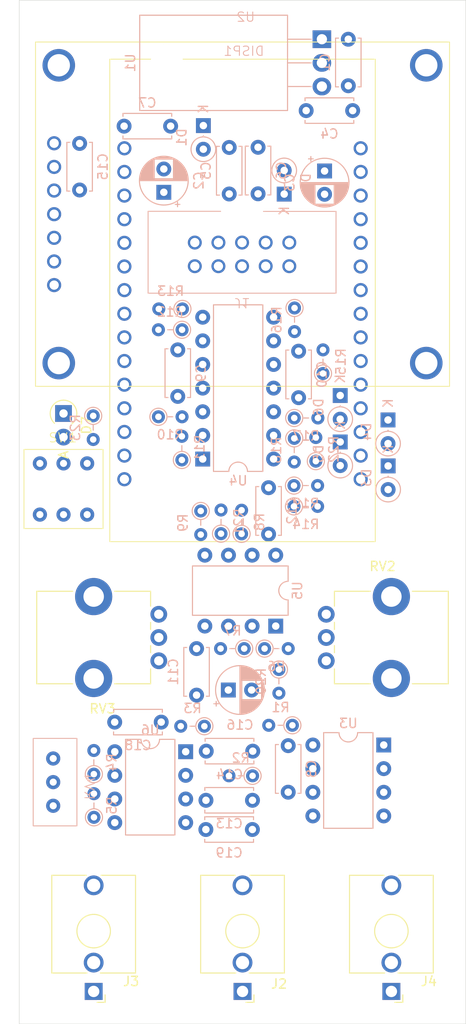
<source format=kicad_pcb>
(kicad_pcb (version 20240108) (generator "pcbnew") (generator_version "8.0")
  (title_block (date "2024-12-02"))
  (layers (0 "F.Cu" signal) (31 "B.Cu" signal) (34 "B.Paste" user) (35 "F.Paste" user) (36 "B.SilkS" user "B.Silkscreen") (37 "F.SilkS" user "F.Silkscreen") (38 "B.Mask" user) (39 "F.Mask" user) (44 "Edge.Cuts" user))
  (net 0 "")
  (net 1 "+12V")
  (net 2 "Net-(D1-A)")
  (net 3 "Net-(D2-K)")
  (net 4 "-12V")
  (net 5 "GND")
  (net 6 "PITCH")
  (net 7 "+3.3V")
  (net 8 "POSITION")
  (net 9 "+5V")
  (net 10 "Net-(U6A-+)")
  (net 11 "Net-(U6A--)")
  (net 12 "Net-(C14-Pad2)")
  (net 13 "Net-(C16-Pad2)")
  (net 14 "/BTH_LED")
  (net 15 "Net-(D7-K)")
  (net 16 "/DISP_CS")
  (net 17 "/DISP_SCK")
  (net 18 "/DISP_RES")
  (net 19 "/DISP_DC")
  (net 20 "/DISP_MOSI")
  (net 21 "Net-(J2-PadT)")
  (net 22 "Net-(J3-PadTN)")
  (net 23 "Net-(J3-PadT)")
  (net 24 "Net-(J4-PadTN)")
  (net 25 "Net-(J4-PadT)")
  (net 26 "DAC_OUTPUT")
  (net 27 "Net-(U6B--)")
  (net 28 "Net-(U5B--)")
  (net 29 "Net-(U5A--)")
  (net 30 "Net-(R21-Pad2)")
  (net 31 "Net-(R10-Pad1)")
  (net 32 "Net-(U4A--)")
  (net 33 "Net-(R11-Pad1)")
  (net 34 "Net-(U4B--)")
  (net 35 "Net-(R13-Pad2)")
  (net 36 "Net-(R15-Pad1)")
  (net 37 "Net-(U4C--)")
  (net 38 "Net-(R16-Pad1)")
  (net 39 "Net-(U4D--)")
  (net 40 "Net-(R18-Pad2)")
  (net 41 "Net-(U5B-+)")
  (net 42 "Net-(U5A-+)")
  (net 44 "/BTH_SWITCH")
  (net 45 "/DAC_SCK")
  (net 46 "/DAC_MOSI")
  (net 47 "/DAC_CS")
  (net 62 "Net-(R4-Pad1)")
  (footprint "Connector_Audio:Jack_3.5mm_QingPu_WQP-PJ398SM_Vertical_CircularHoles" (layer "F.Cu") (at 129.05 151.8 180)
    (property "Reference" "J3" (at -4.03 1.08 0) (layer "F.SilkS"))
    (property "Value" "AudioJack2_SwitchT")
    (pad "S" thru_hole rect (at 0 0) (size 1.93 1.83) (drill 1.22) (layers "*.Cu" "*.Mask") (net 5 "GND"))
    (pad "T" thru_hole circle (at 0 11.4) (size 2.13 2.13) (drill 1.43) (layers "*.Cu" "*.Mask") (net 23 "Net-(J3-PadT)"))
    (pad "TN" thru_hole circle (at 0 3.1) (size 2.13 2.13) (drill 1.42) (layers "*.Cu" "*.Mask") (net 22 "Net-(J3-PadTN)"))
  )
  (footprint "Connector_Audio:Jack_3.5mm_QingPu_WQP-PJ398SM_Vertical_CircularHoles" (layer "F.Cu") (at 145.05 151.8 180)
    (property "Reference" "J2" (at -3.93 0.81 0) (layer "F.SilkS"))
    (property "Value" "AudioJack2")
    (pad "S" thru_hole rect (at 0 0) (size 1.93 1.83) (drill 1.22) (layers "*.Cu" "*.Mask") (net 5 "GND"))
    (pad "T" thru_hole circle (at 0 11.4) (size 2.13 2.13) (drill 1.43) (layers "*.Cu" "*.Mask") (net 21 "Net-(J2-PadT)"))
    (pad "TN" thru_hole circle (at 0 3.1) (size 2.13 2.13) (drill 1.42) (layers "*.Cu" "*.Mask"))
  )
  (footprint "6Pin-Switch-Button:6Pin-Switch-Button" (layer "F.Cu") (at 125.81 97.81)
    (property "Reference" "SW1" (at -0.0762 -5.5118 0) (layer "F.SilkS") (effects (font (thickness 0.1))))
    (property "Value" "SW_Push")
    (pad "" thru_hole circle (at -2.54 2.75) (size 1.524 1.524) (drill 0.762) (layers "*.Cu" "*.Mask"))
    (pad "" thru_hole circle (at 0 2.75) (size 1.524 1.524) (drill 0.762) (layers "*.Cu" "*.Mask"))
    (pad "" thru_hole circle (at 2.54 -2.75) (size 1.524 1.524) (drill 0.762) (layers "*.Cu" "*.Mask"))
    (pad "" thru_hole circle (at 2.54 2.75) (size 1.524 1.524) (drill 0.762) (layers "*.Cu" "*.Mask"))
    (pad "1" thru_hole circle (at -2.54 -2.75) (size 1.524 1.524) (drill 0.762) (layers "*.Cu" "*.Mask") (net 5 "GND"))
    (pad "2" thru_hole circle (at 0 -2.75) (size 1.524 1.524) (drill 0.762) (layers "*.Cu" "*.Mask") (net 44 "/BTH_SWITCH"))
  )
  (footprint "Diode_THT:D_A-405_P2.54mm_Vertical_AnodeUp" (layer "F.Cu") (at 125.81 89.695 -90)
    (property "Reference" "D7" (at 1.27 -2.47 90) (layer "F.SilkS"))
    (property "Value" "LED")
    (fp_text user "A" (at 4.44 0 90) (layer "F.SilkS"))
    (pad "1" thru_hole rect (at 0 0 270) (size 1.8 1.8) (drill 0.9) (layers "*.Cu" "*.Mask") (net 15 "Net-(D7-K)"))
    (pad "2" thru_hole oval (at 2.54 0 270) (size 1.8 1.8) (drill 0.9) (layers "*.Cu" "*.Mask") (net 14 "/BTH_LED"))
  )
  (footprint "1.5inch_RGB_OLED_Module:1.5inch_RGB_OLED_Module" (layer "F.Cu") (at 145.05 68.28)
    (property "Reference" "DISP1" (at 0.14 -17.52 0) (layer "B.SilkS") (effects (font (thickness 0.1)) (justify mirror)))
    (property "Value" "~")
    (pad "" thru_hole circle (at -19.75 -16) (size 3.5 3.5) (drill 2.4) (layers "*.Cu" "*.Mask"))
    (pad "" thru_hole circle (at -19.75 16) (size 3.5 3.5) (drill 2.4) (layers "*.Cu" "*.Mask"))
    (pad "" thru_hole circle (at 19.75 -16) (size 3.5 3.5) (drill 2.4) (layers "*.Cu" "*.Mask"))
    (pad "" thru_hole circle (at 19.75 16) (size 3.5 3.5) (drill 2.4) (layers "*.Cu" "*.Mask"))
    (pad "1" thru_hole circle (at -20.25 -5.08) (size 1.524 1.524) (drill 1) (layers "*.Cu" "*.Mask") (net 5 "GND"))
    (pad "2" thru_hole circle (at -20.25 -7.62) (size 1.524 1.524) (drill 1) (layers "*.Cu" "*.Mask") (net 9 "+5V"))
    (pad "3" thru_hole circle (at -20.25 0) (size 1.524 1.524) (drill 1) (layers "*.Cu" "*.Mask") (net 17 "/DISP_SCK"))
    (pad "4" thru_hole circle (at -20.25 -2.54) (size 1.524 1.524) (drill 1) (layers "*.Cu" "*.Mask") (net 20 "/DISP_MOSI"))
    (pad "5" thru_hole circle (at -20.25 7.62) (size 1.524 1.524) (drill 1) (layers "*.Cu" "*.Mask") (net 18 "/DISP_RES"))
    (pad "6" thru_hole circle (at -20.25 5.08) (size 1.524 1.524) (drill 1) (layers "*.Cu" "*.Mask") (net 19 "/DISP_DC"))
    (pad "7" thru_hole circle (at -20.25 2.54) (size 1.524 1.524) (drill 1) (layers "*.Cu" "*.Mask") (net 16 "/DISP_CS"))
  )
  (footprint "Potentiometer_THT:Potentiometer_Bourns_PTV09A-1_Single_Vertical" (layer "F.Cu") (at 136.05 111.27 180)
    (property "Reference" "RV3" (at 6.05 -10.15 360) (layer "F.SilkS"))
    (property "Value" "10k")
    (pad "" np_thru_hole circle (at 7 -6.9 180) (size 4 4) (drill 2.2) (layers "F&B.Cu" "*.Mask"))
    (pad "" np_thru_hole circle (at 7 1.9 180) (size 4 4) (drill 2.2) (layers "F&B.Cu" "*.Mask"))
    (pad "1" thru_hole circle (at 0 0 180) (size 1.8 1.8) (drill 1) (layers "*.Cu" "*.Mask") (net 5 "GND"))
    (pad "2" thru_hole circle (at 0 -2.5 180) (size 1.8 1.8) (drill 1) (layers "*.Cu" "*.Mask") (net 42 "Net-(U5A-+)"))
    (pad "3" thru_hole circle (at 0 -5 180) (size 1.8 1.8) (drill 1) (layers "*.Cu" "*.Mask") (net 7 "+3.3V"))
  )
  (footprint "Connector_Audio:Jack_3.5mm_QingPu_WQP-PJ398SM_Vertical_CircularHoles" (layer "F.Cu") (at 161.05 151.8 180)
    (property "Reference" "J4" (at -4.03 1.08 0) (layer "F.SilkS"))
    (property "Value" "AudioJack2_SwitchT")
    (pad "S" thru_hole rect (at 0 0) (size 1.93 1.83) (drill 1.22) (layers "*.Cu" "*.Mask") (net 5 "GND"))
    (pad "T" thru_hole circle (at 0 11.4) (size 2.13 2.13) (drill 1.43) (layers "*.Cu" "*.Mask") (net 25 "Net-(J4-PadT)"))
    (pad "TN" thru_hole circle (at 0 3.1) (size 2.13 2.13) (drill 1.42) (layers "*.Cu" "*.Mask") (net 24 "Net-(J4-PadTN)"))
  )
  (footprint "ESP32:ESP32" (layer "F.Cu") (at 145.05 77.545)
    (property "Reference" "U2" (at 0.34 -30.45 0) (layer "B.SilkS") (effects (font (thickness 0.1)) (justify mirror)))
    (property "Value" "ESP32-WROOM-32D")
    (pad "1" thru_hole circle (at -12.7 -16.345) (size 1.524 1.524) (drill 1) (layers "*.Cu" "*.Mask") (net 7 "+3.3V"))
    (pad "2" thru_hole circle (at -12.7 -13.805) (size 1.524 1.524) (drill 1) (layers "*.Cu" "*.Mask") (net 5 "GND"))
    (pad "3" thru_hole circle (at -12.7 -11.265) (size 1.524 1.524) (drill 1) (layers "*.Cu" "*.Mask") (net 47 "/DAC_CS"))
    (pad "4" thru_hole circle (at -12.7 -8.725) (size 1.524 1.524) (drill 1) (layers "*.Cu" "*.Mask"))
    (pad "5" thru_hole circle (at -12.7 -6.185) (size 1.524 1.524) (drill 1) (layers "*.Cu" "*.Mask") (net 44 "/BTH_SWITCH"))
    (pad "6" thru_hole circle (at -12.7 -3.645) (size 1.524 1.524) (drill 1) (layers "*.Cu" "*.Mask") (net 19 "/DISP_DC"))
    (pad "7" thru_hole circle (at -12.7 -1.105) (size 1.524 1.524) (drill 1) (layers "*.Cu" "*.Mask") (net 18 "/DISP_RES"))
    (pad "8" thru_hole circle (at -12.7 1.435) (size 1.524 1.524) (drill 1) (layers "*.Cu" "*.Mask") (net 16 "/DISP_CS"))
    (pad "9" thru_hole circle (at -12.7 3.975) (size 1.524 1.524) (drill 1) (layers "*.Cu" "*.Mask") (net 17 "/DISP_SCK"))
    (pad "10" thru_hole circle (at -12.7 6.515) (size 1.524 1.524) (drill 1) (layers "*.Cu" "*.Mask"))
    (pad "11" thru_hole circle (at -12.7 9.055) (size 1.524 1.524) (drill 1) (layers "*.Cu" "*.Mask"))
    (pad "12" thru_hole circle (at -12.7 11.595) (size 1.524 1.524) (drill 1) (layers "*.Cu" "*.Mask"))
    (pad "13" thru_hole circle (at -12.7 14.135) (size 1.524 1.524) (drill 1) (layers "*.Cu" "*.Mask"))
    (pad "14" thru_hole circle (at -12.7 16.675) (size 1.524 1.524) (drill 1) (layers "*.Cu" "*.Mask") (net 14 "/BTH_LED"))
    (pad "15" thru_hole circle (at -12.7 19.215) (size 1.524 1.524) (drill 1) (layers "*.Cu" "*.Mask") (net 20 "/DISP_MOSI"))
    (pad "18" thru_hole circle (at 12.7 19.215) (size 1.524 1.524) (drill 1) (layers "*.Cu" "*.Mask"))
    (pad "19" thru_hole circle (at 12.7 16.675) (size 1.524 1.524) (drill 1) (layers "*.Cu" "*.Mask") (net 6 "PITCH"))
    (pad "20" thru_hole circle (at 12.7 14.135) (size 1.524 1.524) (drill 1) (layers "*.Cu" "*.Mask") (net 8 "POSITION"))
    (pad "21" thru_hole circle (at 12.7 11.595) (size 1.524 1.524) (drill 1) (layers "*.Cu" "*.Mask"))
    (pad "22" thru_hole circle (at 12.7 9.055) (size 1.524 1.524) (drill 1) (layers "*.Cu" "*.Mask"))
    (pad "23" thru_hole circle (at 12.7 6.515) (size 1.524 1.524) (drill 1) (layers "*.Cu" "*.Mask"))
    (pad "24" thru_hole circle (at 12.7 3.975) (size 1.524 1.524) (drill 1) (layers "*.Cu" "*.Mask"))
    (pad "25" thru_hole circle (at 12.7 1.435) (size 1.524 1.524) (drill 1) (layers "*.Cu" "*.Mask"))
    (pad "26" thru_hole circle (at 12.7 -1.105) (size 1.524 1.524) (drill 1) (layers "*.Cu" "*.Mask"))
    (pad "27" thru_hole circle (at 12.7 -3.645) (size 1.524 1.524) (drill 1) (layers "*.Cu" "*.Mask"))
    (pad "28" thru_hole circle (at 12.7 -6.185) (size 1.524 1.524) (drill 1) (layers "*.Cu" "*.Mask") (net 45 "/DAC_SCK"))
    (pad "29" thru_hole circle (at 12.7 -8.725) (size 1.524 1.524) (drill 1) (layers "*.Cu" "*.Mask"))
    (pad "30" thru_hole circle (at 12.7 -11.265) (size 1.524 1.524) (drill 1) (layers "*.Cu" "*.Mask") (net 46 "/DAC_MOSI"))
    (pad "31" thru_hole circle (at 12.7 -13.805) (size 1.524 1.524) (drill 1) (layers "*.Cu" "*.Mask") (net 5 "GND"))
    (pad "32" thru_hole circle (at 12.7 -16.345) (size 1.524 1.524) (drill 1) (layers "*.Cu" "*.Mask") (net 9 "+5V"))
  )
  (footprint "Potentiometer_THT:Potentiometer_Bourns_PTV09A-1_Single_Vertical" (layer "F.Cu") (at 154.05 116.27)
    (property "Reference" "RV2" (at 6.05 -10.15 360) (layer "F.SilkS"))
    (property "Value" "10k")
    (pad "" np_thru_hole circle (at 7 -6.9) (size 4 4) (drill 2.2) (layers "F&B.Cu" "*.Mask"))
    (pad "" np_thru_hole circle (at 7 1.9) (size 4 4) (drill 2.2) (layers "F&B.Cu" "*.Mask"))
    (pad "1" thru_hole circle (at 0 0) (size 1.8 1.8) (drill 1) (layers "*.Cu" "*.Mask") (net 5 "GND"))
    (pad "2" thru_hole circle (at 0 -2.5) (size 1.8 1.8) (drill 1) (layers "*.Cu" "*.Mask") (net 41 "Net-(U5B-+)"))
    (pad "3" thru_hole circle (at 0 -5) (size 1.8 1.8) (drill 1) (layers "*.Cu" "*.Mask") (net 7 "+3.3V"))
  )
  (footprint "Capacitor_THT:C_Disc_D5.0mm_W2.5mm_P5.00mm" (layer "B.Cu") (at 131.31 122.86)
    (property "Reference" "C18" (at 2.5 2.5 360) (layer "B.SilkS") (effects (justify mirror)))
    (property "Value" "0.1u")
    (pad "1" thru_hole circle (at 0 0) (size 1.6 1.6) (drill 0.8) (layers "*.Cu" "*.Mask") (net 1 "+12V"))
    (pad "2" thru_hole circle (at 5 0) (size 1.6 1.6) (drill 0.8) (layers "*.Cu" "*.Mask") (net 5 "GND"))
  )
  (footprint "Resistor_THT:R_Axial_DIN0204_L3.6mm_D1.6mm_P2.54mm_Vertical" (layer "B.Cu") (at 145.23 114.96 180)
    (property "Reference" "R7" (at 1.27 1.92 0) (layer "B.SilkS") (effects (justify mirror)))
    (property "Value" "12k")
    (pad "1" thru_hole circle (at 0 0 180) (size 1.4 1.4) (drill 0.7) (layers "*.Cu" "*.Mask") (net 28 "Net-(U5B--)"))
    (pad "2" thru_hole oval (at 2.54 0 180) (size 1.4 1.4) (drill 0.7) (layers "*.Cu" "*.Mask") (net 24 "Net-(J4-PadTN)"))
  )
  (footprint "Resistor_THT:R_Axial_DIN0204_L3.6mm_D1.6mm_P2.54mm_Vertical" (layer "B.Cu") (at 129.08 133.09 90)
    (property "Reference" "R5" (at 1.27 1.92 90) (layer "B.SilkS") (effects (justify mirror)))
    (property "Value" "47k")
    (pad "1" thru_hole circle (at 0 0 90) (size 1.4 1.4) (drill 0.7) (layers "*.Cu" "*.Mask") (net 27 "Net-(U6B--)"))
    (pad "2" thru_hole oval (at 2.54 0 90) (size 1.4 1.4) (drill 0.7) (layers "*.Cu" "*.Mask") (net 62 "Net-(R4-Pad1)"))
  )
  (footprint "Resistor_THT:R_Axial_DIN0204_L3.6mm_D1.6mm_P2.54mm_Vertical" (layer "B.Cu") (at 136.01 90.05)
    (property "Reference" "R10" (at 1.27 1.92 360) (layer "B.SilkS") (effects (justify mirror)))
    (property "Value" "27k")
    (pad "1" thru_hole circle (at 0 0) (size 1.4 1.4) (drill 0.7) (layers "*.Cu" "*.Mask") (net 31 "Net-(R10-Pad1)"))
    (pad "2" thru_hole oval (at 2.54 0) (size 1.4 1.4) (drill 0.7) (layers "*.Cu" "*.Mask") (net 32 "Net-(U4A--)"))
  )
  (footprint "Diode_THT:D_DO-35_SOD27_P2.54mm_Vertical_KathodeUp" (layer "B.Cu") (at 140.84 58.76 -90)
    (property "Reference" "D1" (at 1.27 2.326371 90) (layer "B.SilkS") (effects (justify mirror)))
    (property "Value" "BAT48")
    (fp_text user "K" (at -1.8 0 90) (layer "B.SilkS") (effects (justify mirror)))
    (pad "1" thru_hole rect (at 0 0 270) (size 1.6 1.6) (drill 0.8) (layers "*.Cu" "*.Mask") (net 1 "+12V"))
    (pad "2" thru_hole oval (at 2.54 0 270) (size 1.6 1.6) (drill 0.8) (layers "*.Cu" "*.Mask") (net 2 "Net-(D1-A)"))
  )
  (footprint "Capacitor_THT:C_Disc_D5.0mm_W2.5mm_P5.00mm" (layer "B.Cu") (at 141.11 134.4)
    (property "Reference" "C19" (at 2.5 2.5 360) (layer "B.SilkS") (effects (justify mirror)))
    (property "Value" "0.1u")
    (pad "1" thru_hole circle (at 0 0) (size 1.6 1.6) (drill 0.8) (layers "*.Cu" "*.Mask") (net 4 "-12V"))
    (pad "2" thru_hole circle (at 5 0) (size 1.6 1.6) (drill 0.8) (layers "*.Cu" "*.Mask") (net 5 "GND"))
  )
  (footprint "Resistor_THT:R_Axial_DIN0204_L3.6mm_D1.6mm_P2.54mm_Vertical" (layer "B.Cu") (at 140.56 100.17 -90)
    (property "Reference" "R9" (at 1.27 1.92 90) (layer "B.SilkS") (effects (justify mirror)))
    (property "Value" "27k")
    (pad "1" thru_hole circle (at 0 0 270) (size 1.4 1.4) (drill 0.7) (layers "*.Cu" "*.Mask") (net 30 "Net-(R21-Pad2)"))
    (pad "2" thru_hole oval (at 2.54 0 270) (size 1.4 1.4) (drill 0.7) (layers "*.Cu" "*.Mask") (net 22 "Net-(J3-PadTN)"))
  )
  (footprint "Capacitor_THT:C_Disc_D5.0mm_W2.5mm_P5.00mm" (layer "B.Cu") (at 138.09 87.86 90)
    (property "Reference" "C9" (at 2.5 2.5 90) (layer "B.SilkS") (effects (justify mirror)))
    (property "Value" "0.1u")
    (pad "1" thru_hole circle (at 0 0 90) (size 1.6 1.6) (drill 0.8) (layers "*.Cu" "*.Mask") (net 1 "+12V"))
    (pad "2" thru_hole circle (at 5 0 90) (size 1.6 1.6) (drill 0.8) (layers "*.Cu" "*.Mask") (net 5 "GND"))
  )
  (footprint "Resistor_THT:R_Axial_DIN0204_L3.6mm_D1.6mm_P2.54mm_Vertical" (layer "B.Cu") (at 150.61 90.18)
    (property "Reference" "R17" (at 1.27 1.92 360) (layer "B.SilkS") (effects (justify mirror)))
    (property "Value" "27k")
    (pad "1" thru_hole circle (at 0 0) (size 1.4 1.4) (drill 0.7) (layers "*.Cu" "*.Mask") (net 39 "Net-(U4D--)"))
    (pad "2" thru_hole oval (at 2.54 0) (size 1.4 1.4) (drill 0.7) (layers "*.Cu" "*.Mask") (net 38 "Net-(R16-Pad1)"))
  )
  (footprint "Resistor_THT:R_Axial_DIN0204_L3.6mm_D1.6mm_P2.54mm_Vertical" (layer "B.Cu") (at 153.7 85.4 90)
    (property "Reference" "R15" (at 1.27 1.92 90) (layer "B.SilkS") (effects (justify mirror)))
    (property "Value" "27k")
    (pad "1" thru_hole circle (at 0 0 90) (size 1.4 1.4) (drill 0.7) (layers "*.Cu" "*.Mask") (net 36 "Net-(R15-Pad1)"))
    (pad "2" thru_hole oval (at 2.54 0 90) (size 1.4 1.4) (drill 0.7) (layers "*.Cu" "*.Mask") (net 37 "Net-(U4C--)"))
  )
  (footprint "Capacitor_THT:CP_Radial_D5.0mm_P2.50mm" (layer "B.Cu") (at 153.87 63.64 -90)
    (property "Reference" "C3" (at 1.25 3.75 90) (layer "B.SilkS") (effects (justify mirror)))
    (property "Value" "47u")
    (pad "1" thru_hole rect (at 0 0 270) (size 1.6 1.6) (drill 0.8) (layers "*.Cu" "*.Mask") (net 5 "GND"))
    (pad "2" thru_hole circle (at 2.5 0 270) (size 1.6 1.6) (drill 0.8) (layers "*.Cu" "*.Mask") (net 4 "-12V"))
  )
  (footprint "Resistor_THT:R_Axial_DIN0204_L3.6mm_D1.6mm_P2.54mm_Vertical" (layer "B.Cu") (at 148.96 117.21 -90)
    (property "Reference" "R20" (at 1.27 1.92 90) (layer "B.SilkS") (effects (justify mirror)))
    (property "Value" "820R")
    (pad "1" thru_hole circle (at 0 0 270) (size 1.4 1.4) (drill 0.7) (layers "*.Cu" "*.Mask") (net 5 "GND"))
    (pad "2" thru_hole oval (at 2.54 0 270) (size 1.4 1.4) (drill 0.7) (layers "*.Cu" "*.Mask") (net 13 "Net-(C16-Pad2)"))
  )
  (footprint "Resistor_THT:R_Axial_DIN0204_L3.6mm_D1.6mm_P2.54mm_Vertical" (layer "B.Cu") (at 142.74 102.61 90)
    (property "Reference" "R21" (at 1.27 1.92 90) (layer "B.SilkS") (effects (justify mirror)))
    (property "Value" "1.8k")
    (pad "1" thru_hole circle (at 0 0 90) (size 1.4 1.4) (drill 0.7) (layers "*.Cu" "*.Mask") (net 29 "Net-(U5A--)"))
    (pad "2" thru_hole oval (at 2.54 0 90) (size 1.4 1.4) (drill 0.7) (layers "*.Cu" "*.Mask") (net 30 "Net-(R21-Pad2)"))
  )
  (footprint "Capacitor_THT:C_Disc_D5.0mm_W2.5mm_P5.00mm" (layer "B.Cu") (at 137.32 58.82 180)
    (property "Reference" "C7" (at 2.5 2.5 360) (layer "B.SilkS") (effects (justify mirror)))
    (property "Value" "0.1u")
    (pad "1" thru_hole circle (at 0 0 180) (size 1.6 1.6) (drill 0.8) (layers "*.Cu" "*.Mask") (net 5 "GND"))
    (pad "2" thru_hole circle (at 5 0 180) (size 1.6 1.6) (drill 0.8) (layers "*.Cu" "*.Mask") (net 7 "+3.3V"))
  )
  (footprint "Resistor_THT:R_Axial_DIN0204_L3.6mm_D1.6mm_P2.54mm_Vertical" (layer "B.Cu") (at 150.58 99.68)
    (property "Reference" "R14" (at 1.27 1.92 360) (layer "B.SilkS") (effects (justify mirror)))
    (property "Value" "8.2k")
    (pad "1" thru_hole circle (at 0 0) (size 1.4 1.4) (drill 0.7) (layers "*.Cu" "*.Mask") (net 35 "Net-(R13-Pad2)"))
    (pad "2" thru_hole oval (at 2.54 0) (size 1.4 1.4) (drill 0.7) (layers "*.Cu" "*.Mask") (net 6 "PITCH"))
  )
  (footprint "Resistor_THT:R_Axial_DIN0204_L3.6mm_D1.6mm_P2.54mm_Vertical" (layer "B.Cu") (at 150.58 97.44)
    (property "Reference" "R19" (at 1.27 1.92 360) (layer "B.SilkS") (effects (justify mirror)))
    (property "Value" "8.2k")
    (pad "1" thru_hole circle (at 0 0) (size 1.4 1.4) (drill 0.7) (layers "*.Cu" "*.Mask") (net 40 "Net-(R18-Pad2)"))
    (pad "2" thru_hole oval (at 2.54 0) (size 1.4 1.4) (drill 0.7) (layers "*.Cu" "*.Mask") (net 8 "POSITION"))
  )
  (footprint "Resistor_THT:R_Axial_DIN0204_L3.6mm_D1.6mm_P2.54mm_Vertical" (layer "B.Cu") (at 150.41 123.2 180)
    (property "Reference" "R1" (at 1.27 1.92 360) (layer "B.SilkS") (effects (justify mirror)))
    (property "Value" "39k")
    (pad "1" thru_hole circle (at 0 0 180) (size 1.4 1.4) (drill 0.7) (layers "*.Cu" "*.Mask") (net 26 "DAC_OUTPUT"))
    (pad "2" thru_hole oval (at 2.54 0 180) (size 1.4 1.4) (drill 0.7) (layers "*.Cu" "*.Mask") (net 12 "Net-(C14-Pad2)"))
  )
  (footprint "Resistor_THT:R_Axial_DIN0204_L3.6mm_D1.6mm_P2.54mm_Vertical" (layer "B.Cu") (at 146.13 128.63 180)
    (property "Reference" "R2" (at 1.27 1.92 360) (layer "B.SilkS") (effects (justify mirror)))
    (property "Value" "39k")
    (pad "1" thru_hole circle (at 0 0 180) (size 1.4 1.4) (drill 0.7) (layers "*.Cu" "*.Mask") (net 12 "Net-(C14-Pad2)"))
    (pad "2" thru_hole oval (at 2.54 0 180) (size 1.4 1.4) (drill 0.7) (layers "*.Cu" "*.Mask") (net 10 "Net-(U6A-+)"))
  )
  (footprint "10_pin_eurorack_connector:10_pin_eurorack_connector" (layer "B.Cu") (at 145 72.6)
    (property "Reference" "J1" (at 0.0254 5.207 180) (layer "B.SilkS") (effects (font (thickness 0.1)) (justify mirror)))
    (property "Value" "2x5 Connector")
    (pad "1" thru_hole circle (at -5.08 -1.27) (size 1.5 1.5) (drill 1) (layers "*.Cu" "*.Mask") (net 3 "Net-(D2-K)"))
    (pad "2" thru_hole circle (at -5.08 1.27) (size 1.5 1.5) (drill 1) (layers "*.Cu" "*.Mask") (net 3 "Net-(D2-K)"))
    (pad "3" thru_hole circle (at -2.54 -1.27) (size 1.5 1.5) (drill 1) (layers "*.Cu" "*.Mask") (net 5 "GND"))
    (pad "4" thru_hole circle (at -2.54 1.27) (size 1.5 1.5) (drill 1) (layers "*.Cu" "*.Mask") (net 5 "GND"))
    (pad "5" thru_hole circle (at 0 -1.27) (size 1.5 1.5) (drill 1) (layers "*.Cu" "*.Mask") (net 5 "GND"))
    (pad "6" thru_hole circle (at 0 1.27) (size 1.5 1.5) (drill 1) (layers "*.Cu" "*.Mask") (net 5 "GND"))
    (pad "7" thru_hole circle (at 2.54 -1.27) (size 1.5 1.5) (drill 1) (layers "*.Cu" "*.Mask") (net 5 "GND"))
    (pad "8" thru_hole circle (at 2.54 1.27) (size 1.5 1.5) (drill 1) (layers "*.Cu" "*.Mask") (net 5 "GND"))
    (pad "9" thru_hole circle (at 5.08 -1.27) (size 1.5 1.5) (drill 1) (layers "*.Cu" "*.Mask") (net 2 "Net-(D1-A)"))
    (pad "10" thru_hole circle (at 5.08 1.27) (size 1.5 1.5) (drill 1) (layers "*.Cu" "*.Mask") (net 2 "Net-(D1-A)"))
  )
  (footprint "Diode_THT:D_DO-35_SOD27_P2.54mm_Vertical_KathodeUp" (layer "B.Cu") (at 155.55 92.754315 -90)
    (property "Reference" "D5" (at 1.27 2.326371 90) (layer "B.SilkS") (effects (justify mirror)))
    (property "Value" "BAT48")
    (fp_text user "K" (at -1.8 0 90) (layer "B.SilkS") (effects (justify mirror)))
    (pad "1" thru_hole rect (at 0 0 270) (size 1.6 1.6) (drill 0.8) (layers "*.Cu" "*.Mask") (net 8 "POSITION"))
    (pad "2" thru_hole oval (at 2.54 0 270) (size 1.6 1.6) (drill 0.8) (layers "*.Cu" "*.Mask") (net 5 "GND"))
  )
  (footprint "Resistor_THT:R_Axial_DIN0204_L3.6mm_D1.6mm_P2.54mm_Vertical" (layer "B.Cu") (at 138.53 94.69 90)
    (property "Reference" "R11" (at 1.27 1.92 90) (layer "B.SilkS") (effects (justify mirror)))
    (property "Value" "10k")
    (pad "1" thru_hole circle (at 0 0 90) (size 1.4 1.4) (drill 0.7) (layers "*.Cu" "*.Mask") (net 33 "Net-(R11-Pad1)"))
    (pad "2" thru_hole oval (at 2.54 0 90) (size 1.4 1.4) (drill 0.7) (layers "*.Cu" "*.Mask") (net 32 "Net-(U4A--)"))
  )
  (footprint "Capacitor_THT:C_Disc_D5.0mm_W2.5mm_P5.00mm" (layer "B.Cu") (at 149.96 130.39 90)
    (property "Reference" "C8" (at 2.5 2.5 90) (layer "B.SilkS") (effects (justify mirror)))
    (property "Value" "0.1u")
    (pad "1" thru_hole circle (at 0 0 90) (size 1.6 1.6) (drill 0.8) (layers "*.Cu" "*.Mask") (net 7 "+3.3V"))
    (pad "2" thru_hole circle (at 5 0 90) (size 1.6 1.6) (drill 0.8) (layers "*.Cu" "*.Mask") (net 5 "GND"))
  )
  (footprint "Resistor_THT:R_Axial_DIN0204_L3.6mm_D1.6mm_P2.54mm_Vertical" (layer "B.Cu") (at 152.93 94.82 90)
    (property "Reference" "R22" (at 1.27 1.92 90) (layer "B.SilkS") (effects (justify mirror)))
    (property "Value" "1.5k")
    (pad "1" thru_hole circle (at 0 0 90) (size 1.4 1.4) (drill 0.7) (layers "*.Cu" "*.Mask") (net 25 "Net-(J4-PadT)"))
    (pad "2" thru_hole oval (at 2.54 0 90) (size 1.4 1.4) (drill 0.7) (layers "*.Cu" "*.Mask") (net 36 "Net-(R15-Pad1)"))
  )
  (footprint "Resistor_THT:R_Axial_DIN0204_L3.6mm_D1.6mm_P2.54mm_Vertical" (layer "B.Cu") (at 147.42 114.96)
    (property "Reference" "R6" (at 1.27 1.92 0) (layer "B.SilkS") (effects (justify mirror)))
    (property "Value" "27k")
    (pad "1" thru_hole circle (at 0 0) (size 1.4 1.4) (drill 0.7) (layers "*.Cu" "*.Mask") (net 28 "Net-(U5B--)"))
    (pad "2" thru_hole oval (at 2.54 0) (size 1.4 1.4) (drill 0.7) (layers "*.Cu" "*.Mask") (net 5 "GND"))
  )
  (footprint "Capacitor_THT:C_Disc_D5.0mm_W2.5mm_P5.00mm" (layer "B.Cu") (at 127.54 65.68 90)
    (property "Reference" "C15" (at 2.5 2.5 90) (layer "B.SilkS") (effects (justify mirror)))
    (property "Value" "0.1u")
    (pad "1" thru_hole circle (at 0 0 90) (size 1.6 1.6) (drill 0.8) (layers "*.Cu" "*.Mask") (net 5 "GND"))
    (pad "2" thru_hole circle (at 5 0 90) (size 1.6 1.6) (drill 0.8) (layers "*.Cu" "*.Mask") (net 9 "+5V"))
  )
  (footprint "Package_DIP:DIP-8_W7.62mm" (layer "B.Cu") (at 138.94 126.04 180)
    (property "Reference" "U6" (at 3.81 2.33 360) (layer "B.SilkS") (effects (justify mirror)))
    (property "Value" "NE5532")
    (pad "1" thru_hole rect (at 0 0 180) (size 1.6 1.6) (drill 0.8) (layers "*.Cu" "*.Mask") (net 11 "Net-(U6A--)"))
    (pad "2" thru_hole oval (at 0 -2.54 180) (size 1.6 1.6) (drill 0.8) (layers "*.Cu" "*.Mask") (net 11 "Net-(U6A--)"))
    (pad "3" thru_hole oval (at 0 -5.08 180) (size 1.6 1.6) (drill 0.8) (layers "*.Cu" "*.Mask") (net 10 "Net-(U6A-+)"))
    (pad "4" thru_hole oval (at 0 -7.62 180) (size 1.6 1.6) (drill 0.8) (layers "*.Cu" "*.Mask") (net 4 "-12V"))
    (pad "5" thru_hole oval (at 7.62 -7.62 180) (size 1.6 1.6) (drill 0.8) (layers "*.Cu" "*.Mask") (net 5 "GND"))
    (pad "6" thru_hole oval (at 7.62 -5.08 180) (size 1.6 1.6) (drill 0.8) (layers "*.Cu" "*.Mask") (net 27 "Net-(U6B--)"))
    (pad "7" thru_hole oval (at 7.62 -2.54 180) (size 1.6 1.6) (drill 0.8) (layers "*.Cu" "*.Mask") (net 62 "Net-(R4-Pad1)"))
    (pad "8" thru_hole oval (at 7.62 0 180) (size 1.6 1.6) (drill 0.8) (layers "*.Cu" "*.Mask") (net 1 "+12V"))
  )
  (footprint "Resistor_THT:R_Axial_DIN0204_L3.6mm_D1.6mm_P2.54mm_Vertical" (layer "B.Cu") (at 150.61 92.37 -90)
    (property "Reference" "R18" (at 1.27 1.92 90) (layer "B.SilkS") (effects (justify mirror)))
    (property "Value" "27k")
    (pad "1" thru_hole circle (at 0 0 270) (size 1.4 1.4) (drill 0.7) (layers "*.Cu" "*.Mask") (net 39 "Net-(U4D--)"))
    (pad "2" thru_hole oval (at 2.54 0 270) (size 1.4 1.4) (drill 0.7) (layers "*.Cu" "*.Mask") (net 40 "Net-(R18-Pad2)"))
  )
  (footprint "Package_DIP:DIP-8_W7.62mm" (layer "B.Cu") (at 148.62 112.54 90)
    (property "Reference" "U5" (at 3.81 2.33 90) (layer "B.SilkS") (effects (justify mirror)))
    (property "Value" "TL072")
    (pad "1" thru_hole rect (at 0 0 90) (size 1.6 1.6) (drill 0.8) (layers "*.Cu" "*.Mask") (net 22 "Net-(J3-PadTN)"))
    (pad "2" thru_hole oval (at 0 -2.54 90) (size 1.6 1.6) (drill 0.8) (layers "*.Cu" "*.Mask") (net 29 "Net-(U5A--)"))
    (pad "3" thru_hole oval (at 0 -5.08 90) (size 1.6 1.6) (drill 0.8) (layers "*.Cu" "*.Mask") (net 42 "Net-(U5A-+)"))
    (pad "4" thru_hole oval (at 0 -7.62 90) (size 1.6 1.6) (drill 0.8) (layers "*.Cu" "*.Mask") (net 4 "-12V"))
    (pad "5" thru_hole oval (at 7.62 -7.62 90) (size 1.6 1.6) (drill 0.8) (layers "*.Cu" "*.Mask") (net 41 "Net-(U5B-+)"))
    (pad "6" thru_hole oval (at 7.62 -5.08 90) (size 1.6 1.6) (drill 0.8) (layers "*.Cu" "*.Mask") (net 28 "Net-(U5B--)"))
    (pad "7" thru_hole oval (at 7.62 -2.54 90) (size 1.6 1.6) (drill 0.8) (layers "*.Cu" "*.Mask") (net 24 "Net-(J4-PadTN)"))
    (pad "8" thru_hole oval (at 7.62 0 90) (size 1.6 1.6) (drill 0.8) (layers "*.Cu" "*.Mask") (net 1 "+12V"))
  )
  (footprint "Capacitor_THT:C_Disc_D5.0mm_W2.5mm_P5.00mm" (layer "B.Cu") (at 141.12 131.26)
    (property "Reference" "C13" (at 2.5 2.5 360) (layer "B.SilkS") (effects (justify mirror)))
    (property "Value" "100p")
    (pad "1" thru_hole circle (at 0 0) (size 1.6 1.6) (drill 0.8) (layers "*.Cu" "*.Mask") (net 10 "Net-(U6A-+)"))
    (pad "2" thru_hole circle (at 5 0) (size 1.6 1.6) (drill 0.8) (layers "*.Cu" "*.Mask") (net 5 "GND"))
  )
  (footprint "Capacitor_THT:CP_Radial_D5.0mm_P2.50mm" (layer "B.Cu") (at 143.524887 119.41)
    (property "Reference" "C16" (at 1.25 3.75 360) (layer "B.SilkS") (effects (justify mirror)))
    (property "Value" "10u")
    (pad "1" thru_hole rect (at 0 0) (size 1.6 1.6) (drill 0.8) (layers "*.Cu" "*.Mask") (net 11 "Net-(U6A--)"))
    (pad "2" thru_hole circle (at 2.5 0) (size 1.6 1.6) (drill 0.8) (layers "*.Cu" "*.Mask") (net 13 "Net-(C16-Pad2)"))
  )
  (footprint "Package_DIP:DIP-8_W7.62mm" (layer "B.Cu") (at 160.23 125.32 180)
    (property "Reference" "U3" (at 3.81 2.33 360) (layer "B.SilkS") (effects (justify mirror)))
    (property "Value" "MCP4821")
    (pad "1" thru_hole rect (at 0 0 180) (size 1.6 1.6) (drill 0.8) (layers "*.Cu" "*.Mask") (net 7 "+3.3V"))
    (pad "2" thru_hole oval (at 0 -2.54 180) (size 1.6 1.6) (drill 0.8) (layers "*.Cu" "*.Mask") (net 47 "/DAC_CS"))
    (pad "3" thru_hole oval (at 0 -5.08 180) (size 1.6 1.6) (drill 0.8) (layers "*.Cu" "*.Mask") (net 45 "/DAC_SCK"))
    (pad "4" thru_hole oval (at 0 -7.62 180) (size 1.6 1.6) (drill 0.8) (layers "*.Cu" "*.Mask") (net 46 "/DAC_MOSI"))
    (pad "5" thru_hole oval (at 7.62 -7.62 180) (size 1.6 1.6) (drill 0.8) (layers "*.Cu" "*.Mask") (net 5 "GND"))
    (pad "6" thru_hole oval (at 7.62 -5.08 180) (size 1.6 1.6) (drill 0.8) (layers "*.Cu" "*.Mask") (net 7 "+3.3V"))
    (pad "7" thru_hole oval (at 7.62 -2.54 180) (size 1.6 1.6) (drill 0.8) (layers "*.Cu" "*.Mask") (net 5 "GND"))
    (pad "8" thru_hole oval (at 7.62 0 180) (size 1.6 1.6) (drill 0.8) (layers "*.Cu" "*.Mask") (net 26 "DAC_OUTPUT"))
  )
  (footprint "Diode_THT:D_DO-35_SOD27_P2.54mm_Vertical_KathodeUp" (layer "B.Cu") (at 155.55 87.764315 -90)
    (property "Reference" "D6" (at 1.27 2.326371 90) (layer "B.SilkS") (effects (justify mirror)))
    (property "Value" "BAT48")
    (fp_text user "K" (at -1.8 0 90) (layer "B.SilkS") (effects (justify mirror)))
    (pad "1" thru_hole rect (at 0 0 270) (size 1.6 1.6) (drill 0.8) (layers "*.Cu" "*.Mask") (net 7 "+3.3V"))
    (pad "2" thru_hole oval (at 2.54 0 270) (size 1.6 1.6) (drill 0.8) (layers "*.Cu" "*.Mask") (net 8 "POSITION"))
  )
  (footprint "Diode_THT:D_DO-35_SOD27_P2.54mm_Vertical_KathodeUp" (layer "B.Cu") (at 160.7 95.33 -90)
    (property "Reference" "D3" (at 1.27 2.326371 90) (layer "B.SilkS") (effects (justify mirror)))
    (property "Value" "BAT48")
    (fp_text user "K" (at -1.8 0 90) (layer "B.SilkS") (effects (justify mirror)))
    (pad "1" thru_hole rect (at 0 0 270) (size 1.6 1.6) (drill 0.8) (layers "*.Cu" "*.Mask") (net 6 "PITCH"))
    (pad "2" thru_hole oval (at 2.54 0 270) (size 1.6 1.6) (drill 0.8) (layers "*.Cu" "*.Mask") (net 5 "GND"))
  )
  (footprint "Resistor_THT:R_Axial_DIN0204_L3.6mm_D1.6mm_P2.54mm_Vertical" (layer "B.Cu") (at 140.95 123.3 180)
    (property "Reference" "R3" (at 1.27 1.92 360) (layer "B.SilkS") (effects (justify mirror)))
    (property "Value" "10k")
    (pad "1" thru_hole circle (at 0 0 180) (size 1.4 1.4) (drill 0.7) (layers "*.Cu" "*.Mask") (net 13 "Net-(C16-Pad2)"))
    (pad "2" thru_hole oval (at 2.54 0 180) (size 1.4 1.4) (drill 0.7) (layers "*.Cu" "*.Mask") (net 27 "Net-(U6B--)"))
  )
  (footprint "Diode_THT:D_DO-35_SOD27_P2.54mm_Vertical_KathodeUp" (layer "B.Cu") (at 160.69 90.39 -90)
    (property "Reference" "D4" (at 1.27 2.326371 90) (layer "B.SilkS") (effects (justify mirror)))
    (property "Value" "BAT48")
    (fp_text user "K" (at -1.8 0 90) (layer "B.SilkS") (effects (justify mirror)))
    (pad "1" thru_hole rect (at 0 0 270) (size 1.6 1.6) (drill 0.8) (layers "*.Cu" "*.Mask") (net 7 "+3.3V"))
    (pad "2" thru_hole oval (at 2.54 0 270) (size 1.6 1.6) (drill 0.8) (layers "*.Cu" "*.Mask") (net 6 "PITCH"))
  )
  (footprint "Capacitor_THT:C_Disc_D5.0mm_W2.5mm_P5.00mm" (layer "B.Cu") (at 147.85 102.67 90)
    (property "Reference" "C12" (at 2.5 2.5 90) (layer "B.SilkS") (effects (justify mirror)))
    (property "Value" "0.1u")
    (pad "1" thru_hole circle (at 0 0 90) (size 1.6 1.6) (drill 0.8) (layers "*.Cu" "*.Mask") (net 4 "-12V"))
    (pad "2" thru_hole circle (at 5 0 90) (size 1.6 1.6) (drill 0.8) (layers "*.Cu" "*.Mask") (net 5 "GND"))
  )
  (footprint "Package_DIP:DIP-14_W7.62mm" (layer "B.Cu") (at 140.77 94.59)
    (property "Reference" "U4" (at 3.81 2.33 360) (layer "B.SilkS") (effects (justify mirror)))
    (property "Value" "TL074")
    (pad "1" thru_hole rect (at 0 0) (size 1.6 1.6) (drill 0.8) (layers "*.Cu" "*.Mask") (net 33 "Net-(R11-Pad1)"))
    (pad "2" thru_hole oval (at 0 -2.54) (size 1.6 1.6) (drill 0.8) (layers "*.Cu" "*.Mask") (net 32 "Net-(U4A--)"))
    (pad "3" thru_hole oval (at 0 -5.08) (size 1.6 1.6) (drill 0.8) (layers "*.Cu" "*.Mask") (net 5 "GND"))
    (pad "4" thru_hole oval (at 0 -7.62) (size 1.6 1.6) (drill 0.8) (layers "*.Cu" "*.Mask") (net 1 "+12V"))
    (pad "5" thru_hole oval (at 0 -10.16) (size 1.6 1.6) (drill 0.8) (layers "*.Cu" "*.Mask") (net 5 "GND"))
    (pad "6" thru_hole oval (at 0 -12.7) (size 1.6 1.6) (drill 0.8) (layers "*.Cu" "*.Mask") (net 34 "Net-(U4B--)"))
    (pad "7" thru_hole oval (at 0 -15.24) (size 1.6 1.6) (drill 0.8) (layers "*.Cu" "*.Mask") (net 35 "Net-(R13-Pad2)"))
    (pad "8" thru_hole oval (at 7.62 -15.24) (size 1.6 1.6) (drill 0.8) (layers "*.Cu" "*.Mask") (net 38 "Net-(R16-Pad1)"))
    (pad "9" thru_hole oval (at 7.62 -12.7) (size 1.6 1.6) (drill 0.8) (layers "*.Cu" "*.Mask") (net 37 "Net-(U4C--)"))
    (pad "10" thru_hole oval (at 7.62 -10.16) (size 1.6 1.6) (drill 0.8) (layers "*.Cu" "*.Mask") (net 5 "GND"))
    (pad "11" thru_hole oval (at 7.62 -7.62) (size 1.6 1.6) (drill 0.8) (layers "*.Cu" "*.Mask") (net 4 "-12V"))
    (pad "12" thru_hole oval (at 7.62 -5.08) (size 1.6 1.6) (drill 0.8) (layers "*.Cu" "*.Mask") (net 5 "GND"))
    (pad "13" thru_hole oval (at 7.62 -2.54) (size 1.6 1.6) (drill 0.8) (layers "*.Cu" "*.Mask") (net 39 "Net-(U4D--)"))
    (pad "14" thru_hole oval (at 7.62 0) (size 1.6 1.6) (drill 0.8) (layers "*.Cu" "*.Mask") (net 40 "Net-(R18-Pad2)"))
  )
  (footprint "Trimmer-potentiometer:Trimmer-potentiometer" (layer "B.Cu") (at 127.25 134.01 90)
    (property "Reference" "RV4" (at 4.2004 1.3192 -90) (layer "B.SilkS") (effects (font (thickness 0.1)) (justify mirror)))
    (property "Value" "10k")
    (pad "1" thru_hole circle (at 2.16 -2.55 90) (size 1.524 1.524) (drill 0.762) (layers "*.Cu" "*.Mask") (net 23 "Net-(J3-PadT)"))
    (pad "2" thru_hole circle (at 4.7 -2.55 90) (size 1.524 1.524) (drill 0.762) (layers "*.Cu" "*.Mask") (net 31 "Net-(R10-Pad1)"))
    (pad "3" thru_hole circle (at 7.24 -2.55 90) (size 1.524 1.524) (drill 0.762) (layers "*.Cu" "*.Mask"))
  )
  (footprint "Resistor_THT:R_Axial_DIN0204_L3.6mm_D1.6mm_P2.54mm_Vertical" (layer "B.Cu") (at 138.55 80.7 180)
    (property "Reference" "R12" (at 1.27 1.92 360) (layer "B.SilkS") (effects (justify mirror)))
    (property "Value" "27k")
    (pad "1" thru_hole circle (at 0 0 180) (size 1.4 1.4) (drill 0.7) (layers "*.Cu" "*.Mask") (net 34 "Net-(U4B--)"))
    (pad "2" thru_hole oval (at 2.54 0 180) (size 1.4 1.4) (drill 0.7) (layers "*.Cu" "*.Mask") (net 33 "Net-(R11-Pad1)"))
  )
  (footprint "Resistor_THT:R_Axial_DIN0204_L3.6mm_D1.6mm_P2.54mm_Vertical" (layer "B.Cu") (at 129 89.95 -90)
    (property "Reference" "R23" (at 1.27 1.92 90) (layer "B.SilkS") (effects (justify mirror)))
    (property "Value" "220R")
    (pad "1" thru_hole circle (at 0 0 270) (size 1.4 1.4) (drill 0.7) (layers "*.Cu" "*.Mask") (net 15 "Net-(D7-K)"))
    (pad "2" thru_hole oval (at 2.54 0 270) (size 1.4 1.4) (drill 0.7) (layers "*.Cu" "*.Mask") (net 5 "GND"))
  )
  (footprint "Diode_THT:D_DO-35_SOD27_P2.54mm_Vertical_KathodeUp" (layer "B.Cu") (at 149.53 66.12 90)
    (property "Reference" "D2" (at 1.27 2.326371 -90) (layer "B.SilkS") (effects (justify mirror)))
    (property "Value" "BAT48")
    (fp_text user "K" (at -1.8 0 -90) (layer "B.SilkS") (effects (justify mirror)))
    (pad "1" thru_hole rect (at 0 0 90) (size 1.6 1.6) (drill 0.8) (layers "*.Cu" "*.Mask") (net 3 "Net-(D2-K)"))
    (pad "2" thru_hole oval (at 2.54 0 90) (size 1.6 1.6) (drill 0.8) (layers "*.Cu" "*.Mask") (net 4 "-12V"))
  )
  (footprint "Package_TO_SOT_THT:TO-220-3_Horizontal_TabDown" (layer "B.Cu") (at 153.58 49.48 -90)
    (property "Reference" "U1" (at 2.54 20.58 90) (layer "B.SilkS") (effects (justify mirror)))
    (property "Value" "L7805")
    (pad "" np_thru_hole oval (at 2.54 16.66 270) (size 3.5 3.5) (drill 3.5) (layers "*.Cu" "*.Mask"))
    (pad "1" thru_hole rect (at 0 0 270) (size 1.905 2) (drill 1.1) (layers "*.Cu" "*.Mask") (net 1 "+12V"))
    (pad "2" thru_hole oval (at 2.54 0 270) (size 1.905 2) (drill 1.1) (layers "*.Cu" "*.Mask") (net 5 "GND"))
    (pad "3" thru_hole oval (at 5.08 0 270) (size 1.905 2) (drill 1.1) (layers "*.Cu" "*.Mask") (net 9 "+5V"))
  )
  (footprint "Capacitor_THT:C_Disc_D5.0mm_W2.5mm_P5.00mm" (layer "B.Cu") (at 141.15 125.98)
    (property "Reference" "C14" (at 2.5 2.5 360) (layer "B.SilkS") (effects (justify mirror)))
    (property "Value" "100p")
    (pad "1" thru_hole circle (at 0 0) (size 1.6 1.6) (drill 0.8) (layers "*.Cu" "*.Mask") (net 11 "Net-(U6A--)"))
    (pad "2" thru_hole circle (at 5 0) (size 1.6 1.6) (drill 0.8) (layers "*.Cu" "*.Mask") (net 12 "Net-(C14-Pad2)"))
  )
  (footprint "Capacitor_THT:CP_Radial_D5.0mm_P2.50mm" (layer "B.Cu") (at 136.59 65.925112 90)
    (property "Reference" "C2" (at 1.25 3.75 90) (layer "B.SilkS") (effects (justify mirror)))
    (property "Value" "47u")
    (pad "1" thru_hole rect (at 0 0 90) (size 1.6 1.6) (drill 0.8) (layers "*.Cu" "*.Mask") (net 1 "+12V"))
    (pad "2" thru_hole circle (at 2.5 0 90) (size 1.6 1.6) (drill 0.8) (layers "*.Cu" "*.Mask") (net 5 "GND"))
  )
  (footprint "Resistor_THT:R_Axial_DIN0204_L3.6mm_D1.6mm_P2.54mm_Vertical" (layer "B.Cu") (at 150.64 78.36 -90)
    (property "Reference" "R16" (at 1.27 1.92 90) (layer "B.SilkS") (effects (justify mirror)))
    (property "Value" "18k")
    (pad "1" thru_hole circle (at 0 0 270) (size 1.4 1.4) (drill 0.7) (layers "*.Cu" "*.Mask") (net 38 "Net-(R16-Pad1)"))
    (pad "2" thru_hole oval (at 2.54 0 270) (size 1.4 1.4) (drill 0.7) (layers "*.Cu" "*.Mask") (net 37 "Net-(U4C--)"))
  )
  (footprint "Capacitor_THT:C_Disc_D5.0mm_W2.5mm_P5.00mm" (layer "B.Cu") (at 151.08 88 90)
    (property "Reference" "C10" (at 2.5 2.5 90) (layer "B.SilkS") (effects (justify mirror)))
    (property "Value" "0.1u")
    (pad "1" thru_hole circle (at 0 0 90) (size 1.6 1.6) (drill 0.8) (layers "*.Cu" "*.Mask") (net 4 "-12V"))
    (pad "2" thru_hole circle (at 5 0 90) (size 1.6 1.6) (drill 0.8) (layers "*.Cu" "*.Mask") (net 5 "GND"))
  )
  (footprint "Resistor_THT:R_Axial_DIN0204_L3.6mm_D1.6mm_P2.54mm_Vertical" (layer "B.Cu") (at 138.59 78.46 180)
    (property "Reference" "R13" (at 1.27 1.92 360) (layer "B.SilkS") (effects (justify mirror)))
    (property "Value" "27k")
    (pad "1" thru_hole circle (at 0 0 180) (size 1.4 1.4) (drill 0.7) (layers "*.Cu" "*.Mask") (net 34 "Net-(U4B--)"))
    (pad "2" thru_hole oval (at 2.54 0 180) (size 1.4 1.4) (drill 0.7) (layers "*.Cu" "*.Mask") (net 35 "Net-(R13-Pad2)"))
  )
  (footprint "Capacitor_THT:C_Disc_D5.0mm_W2.5mm_P5.00mm" (layer "B.Cu") (at 151.89 57.15)
    (property "Reference" "C4" (at 2.5 2.5 360) (layer "B.SilkS") (effects (justify mirror)))
    (property "Value" "0.1u")
    (pad "1" thru_hole circle (at 0 0) (size 1.6 1.6) (drill 0.8) (layers "*.Cu" "*.Mask") (net 9 "+5V"))
    (pad "2" thru_hole circle (at 5 0) (size 1.6 1.6) (drill 0.8) (layers "*.Cu" "*.Mask") (net 5 "GND"))
  )
  (footprint "Resistor_THT:R_Axial_DIN0204_L3.6mm_D1.6mm_P2.54mm_Vertical" (layer "B.Cu") (at 144.95 102.63 90)
    (property "Reference" "R8" (at 1.27 1.92 90) (layer "B.SilkS") (effects (justify mirror)))
    (property "Value" "12k")
    (pad "1" thru_hole circle (at 0 0 90) (size 1.4 1.4) (drill 0.7) (layers "*.Cu" "*.Mask") (net 29 "Net-(U5A--)"))
    (pad "2" thru_hole oval (at 2.54 0 90) (size 1.4 1.4) (drill 0.7) (layers "*.Cu" "*.Mask") (net 5 "GND"))
  )
  (footprint "Capacitor_THT:C_Disc_D5.0mm_W2.5mm_P5.00mm" (layer "B.Cu") (at 146.72 66.09 90)
    (property "Reference" "C6" (at 2.5 2.5 90) (layer "B.SilkS") (effects (justify mirror)))
    (property "Value" "0.1u")
    (pad "1" thru_hole circle (at 0 0 90) (size 1.6 1.6) (drill 0.8) (layers "*.Cu" "*.Mask") (net 5 "GND"))
    (pad "2" thru_hole circle (at 5 0 90) (size 1.6 1.6) (drill 0.8) (layers "*.Cu" "*.Mask") (net 4 "-12V"))
  )
  (footprint "Capacitor_THT:C_Disc_D5.0mm_W2.5mm_P5.00mm" (layer "B.Cu") (at 143.62 61.11 -90)
    (property "Reference" "C5" (at 2.5 2.5 90) (layer "B.SilkS") (effects (justify mirror)))
    (property "Value" "0.1u")
    (pad "1" thru_hole circle (at 0 0 270) (size 1.6 1.6) (drill 0.8) (layers "*.Cu" "*.Mask") (net 1 "+12V"))
    (pad "2" thru_hole circle (at 5 0 270) (size 1.6 1.6) (drill 0.8) (layers "*.Cu" "*.Mask") (net 5 "GND"))
  )
  (footprint "Capacitor_THT:C_Disc_D5.0mm_W2.5mm_P5.00mm" (layer "B.Cu") (at 140.11 114.96 -90)
    (property "Reference" "C11" (at 2.5 2.5 90) (layer "B.SilkS") (effects (justify mirror)))
    (property "Value" "0.1u")
    (pad "1" thru_hole circle (at 0 0 270) (size 1.6 1.6) (drill 0.8) (layers "*.Cu" "*.Mask") (net 1 "+12V"))
    (pad "2" thru_hole circle (at 5 0 270) (size 1.6 1.6) (drill 0.8) (layers "*.Cu" "*.Mask") (net 5 "GND"))
  )
  (footprint "Capacitor_THT:C_Disc_D5.0mm_W2.5mm_P5.00mm" (layer "B.Cu") (at 156.42 49.48 -90)
    (property "Reference" "C1" (at 2.5 2.5 90) (layer "B.SilkS") (effects (justify mirror)))
    (property "Value" "0.33u")
    (pad "1" thru_hole circle (at 0 0 270) (size 1.6 1.6) (drill 0.8) (layers "*.Cu" "*.Mask") (net 1 "+12V"))
    (pad "2" thru_hole circle (at 5 0 270) (size 1.6 1.6) (drill 0.8) (layers "*.Cu" "*.Mask") (net 5 "GND"))
  )
  (footprint "Resistor_THT:R_Axial_DIN0204_L3.6mm_D1.6mm_P2.54mm_Vertical" (layer "B.Cu") (at 129.07 128.45 90)
    (property "Reference" "R4" (at 1.27 1.92 90) (layer "B.SilkS") (effects (justify mirror)))
    (property "Value" "1k")
    (pad "1" thru_hole circle (at 0 0 90) (size 1.4 1.4) (drill 0.7) (layers "*.Cu" "*.Mask") (net 62 "Net-(R4-Pad1)"))
    (pad "2" thru_hole oval (at 2.54 0 90) (size 1.4 1.4) (drill 0.7) (layers "*.Cu" "*.Mask") (net 21 "Net-(J2-PadT)"))
  )
  (gr_rect (start 121.05 45.29) (end 169.05 155.29) (stroke (width 0.05)) (fill none) (layer "Edge.Cuts"))
)
</source>
